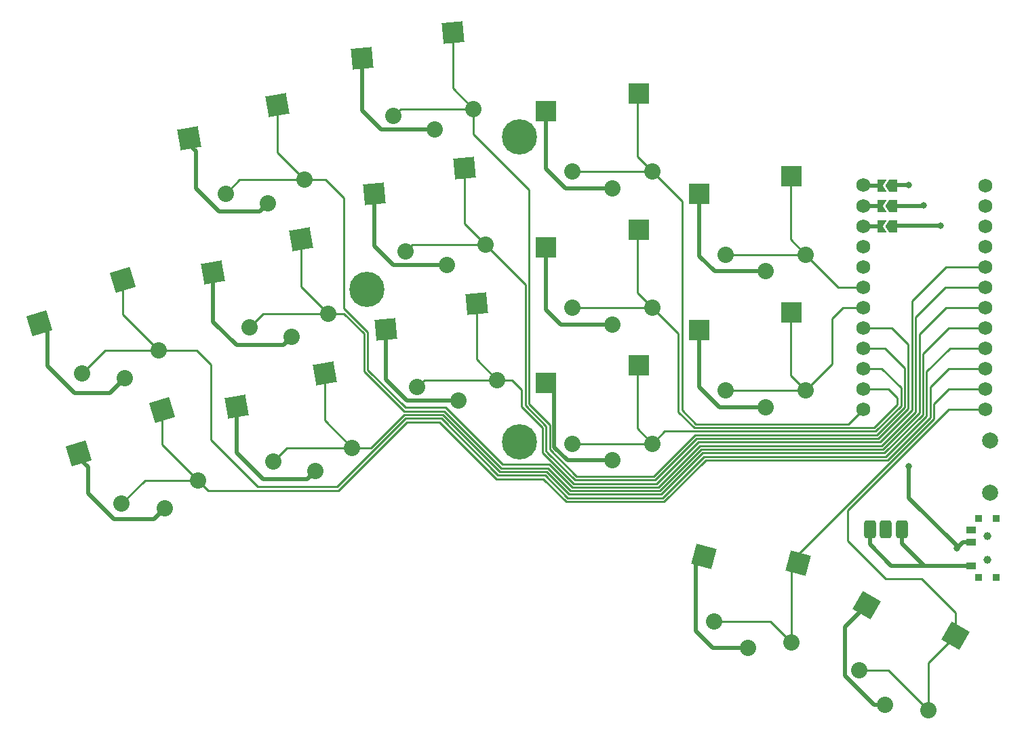
<source format=gtl>
%TF.GenerationSoftware,KiCad,Pcbnew,(6.0.4)*%
%TF.CreationDate,2022-05-01T21:27:57+02:00*%
%TF.ProjectId,battamini_reversable,62617474-616d-4696-9e69-5f7265766572,v1.0.0*%
%TF.SameCoordinates,Original*%
%TF.FileFunction,Copper,L1,Top*%
%TF.FilePolarity,Positive*%
%FSLAX46Y46*%
G04 Gerber Fmt 4.6, Leading zero omitted, Abs format (unit mm)*
G04 Created by KiCad (PCBNEW (6.0.4)) date 2022-05-01 21:27:57*
%MOMM*%
%LPD*%
G01*
G04 APERTURE LIST*
G04 Aperture macros list*
%AMRoundRect*
0 Rectangle with rounded corners*
0 $1 Rounding radius*
0 $2 $3 $4 $5 $6 $7 $8 $9 X,Y pos of 4 corners*
0 Add a 4 corners polygon primitive as box body*
4,1,4,$2,$3,$4,$5,$6,$7,$8,$9,$2,$3,0*
0 Add four circle primitives for the rounded corners*
1,1,$1+$1,$2,$3*
1,1,$1+$1,$4,$5*
1,1,$1+$1,$6,$7*
1,1,$1+$1,$8,$9*
0 Add four rect primitives between the rounded corners*
20,1,$1+$1,$2,$3,$4,$5,0*
20,1,$1+$1,$4,$5,$6,$7,0*
20,1,$1+$1,$6,$7,$8,$9,0*
20,1,$1+$1,$8,$9,$2,$3,0*%
%AMRotRect*
0 Rectangle, with rotation*
0 The origin of the aperture is its center*
0 $1 length*
0 $2 width*
0 $3 Rotation angle, in degrees counterclockwise*
0 Add horizontal line*
21,1,$1,$2,0,0,$3*%
%AMFreePoly0*
4,1,6,0.500000,-0.750000,-0.650000,-0.750000,-0.150000,0.000000,-0.650000,0.750000,0.500000,0.750000,0.500000,-0.750000,0.500000,-0.750000,$1*%
%AMFreePoly1*
4,1,6,1.000000,0.000000,0.500000,-0.750000,-0.500000,-0.750000,-0.500000,0.750000,0.500000,0.750000,1.000000,0.000000,1.000000,0.000000,$1*%
G04 Aperture macros list end*
%TA.AperFunction,SMDPad,CuDef*%
%ADD10R,0.900000X0.900000*%
%TD*%
%TA.AperFunction,SMDPad,CuDef*%
%ADD11R,1.250000X0.900000*%
%TD*%
%TA.AperFunction,ComponentPad*%
%ADD12RoundRect,0.375000X-0.375000X-0.750000X0.375000X-0.750000X0.375000X0.750000X-0.375000X0.750000X0*%
%TD*%
%TA.AperFunction,ComponentPad*%
%ADD13C,2.000000*%
%TD*%
%TA.AperFunction,SMDPad,CuDef*%
%ADD14RotRect,2.600000X2.600000X10.000000*%
%TD*%
%TA.AperFunction,ComponentPad*%
%ADD15C,2.032000*%
%TD*%
%TA.AperFunction,SMDPad,CuDef*%
%ADD16RotRect,2.600000X2.600000X5.000000*%
%TD*%
%TA.AperFunction,SMDPad,CuDef*%
%ADD17R,2.600000X2.600000*%
%TD*%
%TA.AperFunction,SMDPad,CuDef*%
%ADD18RotRect,2.600000X2.600000X330.000000*%
%TD*%
%TA.AperFunction,WasherPad*%
%ADD19C,1.000000*%
%TD*%
%TA.AperFunction,SMDPad,CuDef*%
%ADD20RotRect,2.600000X2.600000X17.000000*%
%TD*%
%TA.AperFunction,SMDPad,CuDef*%
%ADD21RotRect,2.600000X2.600000X345.000000*%
%TD*%
%TA.AperFunction,ComponentPad*%
%ADD22C,1.752600*%
%TD*%
%TA.AperFunction,SMDPad,CuDef*%
%ADD23FreePoly0,180.000000*%
%TD*%
%TA.AperFunction,SMDPad,CuDef*%
%ADD24R,1.524000X0.500000*%
%TD*%
%TA.AperFunction,SMDPad,CuDef*%
%ADD25FreePoly1,180.000000*%
%TD*%
%TA.AperFunction,ComponentPad*%
%ADD26C,4.400000*%
%TD*%
%TA.AperFunction,ViaPad*%
%ADD27C,0.800000*%
%TD*%
%TA.AperFunction,Conductor*%
%ADD28C,0.250000*%
%TD*%
%TA.AperFunction,Conductor*%
%ADD29C,0.500000*%
%TD*%
G04 APERTURE END LIST*
D10*
%TO.P,T1,*%
%TO.N,*%
X161142148Y52149495D03*
X163342148Y59549495D03*
X163342148Y52149495D03*
X161142148Y59549495D03*
D11*
%TO.P,T1,1*%
%TO.N,Braw*%
X160167148Y53599495D03*
%TO.P,T1,2*%
%TO.N,RAW*%
X160167148Y56599495D03*
%TO.P,T1,3*%
%TO.N,N/C*%
X160167148Y58099495D03*
%TD*%
D12*
%TO.P,PAD1,1*%
%TO.N,Braw*%
X151545396Y58163682D03*
%TO.P,PAD1,2*%
%TO.N,Bgnd*%
X149545396Y58163682D03*
%TO.P,PAD1,3*%
%TO.N,Braw*%
X147545396Y58163682D03*
%TD*%
D13*
%TO.P,B1,1*%
%TO.N,RST*%
X162560000Y69290000D03*
%TO.P,B1,2*%
%TO.N,GND*%
X162560000Y62790000D03*
%TD*%
D14*
%TO.P,S11,1*%
%TO.N,P3*%
X73579149Y111173371D03*
%TO.P,S11,2*%
%TO.N,GND*%
X62586645Y107001157D03*
%TD*%
D15*
%TO.P,S34,1*%
%TO.N,P9*%
X146198518Y40569316D03*
X154858772Y35569316D03*
%TO.P,S34,2*%
%TO.N,GND*%
X149478645Y36250663D03*
X149478645Y36250663D03*
%TD*%
D16*
%TO.P,S15,1*%
%TO.N,P18*%
X96965604Y103326961D03*
%TO.P,S15,2*%
%TO.N,GND*%
X85651298Y100128683D03*
%TD*%
D17*
%TO.P,S21,1*%
%TO.N,P16*%
X118686087Y95636017D03*
%TO.P,S21,2*%
%TO.N,GND*%
X107136087Y93436017D03*
%TD*%
D15*
%TO.P,S8,1*%
%TO.N,P5*%
X73026972Y66651093D03*
X82875050Y68387574D03*
%TO.P,S8,2*%
%TO.N,GND*%
X78315672Y65451237D03*
X78315672Y65451237D03*
%TD*%
%TO.P,S14,1*%
%TO.N,P2*%
X91053509Y75957538D03*
X101015456Y76829096D03*
%TO.P,S14,2*%
%TO.N,GND*%
X96217510Y74301308D03*
X96217510Y74301308D03*
%TD*%
%TO.P,S20,1*%
%TO.N,P14*%
X120411087Y68886017D03*
X110411087Y68886017D03*
%TO.P,S20,2*%
%TO.N,GND*%
X115411087Y66786017D03*
X115411087Y66786017D03*
%TD*%
%TO.P,S28,1*%
%TO.N,P19*%
X129517334Y75510985D03*
X139517334Y75510985D03*
%TO.P,S28,2*%
%TO.N,GND*%
X134517334Y73410985D03*
X134517334Y73410985D03*
%TD*%
D17*
%TO.P,S29,1*%
%TO.N,P20*%
X137792334Y102260985D03*
%TO.P,S29,2*%
%TO.N,GND*%
X126242334Y100060985D03*
%TD*%
D18*
%TO.P,S33,1*%
%TO.N,P9*%
X158239878Y44875564D03*
%TO.P,S33,2*%
%TO.N,GND*%
X147137285Y48745308D03*
%TD*%
D14*
%TO.P,S7,1*%
%TO.N,P5*%
X79483187Y77689907D03*
%TO.P,S7,2*%
%TO.N,GND*%
X68490683Y73517693D03*
%TD*%
D19*
%TO.P,T2,*%
%TO.N,*%
X162242148Y57349495D03*
X162242148Y54349495D03*
%TD*%
D20*
%TO.P,S5,1*%
%TO.N,P6*%
X54234545Y89377494D03*
%TO.P,S5,2*%
%TO.N,GND*%
X43832443Y83896730D03*
%TD*%
D17*
%TO.P,S27,1*%
%TO.N,P19*%
X137792334Y85260985D03*
%TO.P,S27,2*%
%TO.N,GND*%
X126242334Y83060985D03*
%TD*%
D14*
%TO.P,S9,1*%
%TO.N,P4*%
X76531168Y94431639D03*
%TO.P,S9,2*%
%TO.N,GND*%
X65538664Y90259425D03*
%TD*%
D15*
%TO.P,S16,1*%
%TO.N,P18*%
X99533808Y93764406D03*
X89571861Y92892848D03*
%TO.P,S16,2*%
%TO.N,GND*%
X94735862Y91236618D03*
X94735862Y91236618D03*
%TD*%
%TO.P,S30,1*%
%TO.N,P20*%
X139517334Y92510985D03*
X129517334Y92510985D03*
%TO.P,S30,2*%
%TO.N,GND*%
X134517334Y90410985D03*
X134517334Y90410985D03*
%TD*%
D16*
%TO.P,S13,1*%
%TO.N,P2*%
X98447252Y86391651D03*
%TO.P,S13,2*%
%TO.N,GND*%
X87132946Y83193373D03*
%TD*%
D15*
%TO.P,S24,1*%
%TO.N,P10*%
X110411087Y102886017D03*
X120411087Y102886017D03*
%TO.P,S24,2*%
%TO.N,GND*%
X115411087Y100786017D03*
X115411087Y100786017D03*
%TD*%
D16*
%TO.P,S17,1*%
%TO.N,P15*%
X95483957Y120262271D03*
%TO.P,S17,2*%
%TO.N,GND*%
X84169651Y117063993D03*
%TD*%
D15*
%TO.P,S4,1*%
%TO.N,P7*%
X54142067Y61376965D03*
X63705114Y64300682D03*
%TO.P,S4,2*%
%TO.N,GND*%
X59537571Y60830584D03*
X59537571Y60830584D03*
%TD*%
%TO.P,S10,1*%
%TO.N,P4*%
X70074953Y83392825D03*
X79923031Y85129306D03*
%TO.P,S10,2*%
%TO.N,GND*%
X75363653Y82192969D03*
X75363653Y82192969D03*
%TD*%
%TO.P,S22,1*%
%TO.N,P16*%
X110411087Y85886017D03*
X120411087Y85886017D03*
%TO.P,S22,2*%
%TO.N,GND*%
X115411087Y83786017D03*
X115411087Y83786017D03*
%TD*%
D21*
%TO.P,S31,1*%
%TO.N,P8*%
X138594426Y53938364D03*
%TO.P,S31,2*%
%TO.N,GND*%
X126868581Y54802687D03*
%TD*%
D22*
%TO.P,MCU1,*%
%TO.N,*%
X161977213Y98602542D03*
D23*
X148993690Y98602542D03*
X148993690Y101142542D03*
D24*
X148068690Y96062542D03*
D22*
X161977213Y96062542D03*
X146737213Y96062542D03*
D24*
X148068690Y101142542D03*
D23*
X148993690Y96062542D03*
D24*
X148068690Y98602542D03*
D22*
X146737213Y101226288D03*
X161977213Y101142542D03*
X146737213Y98602542D03*
D25*
%TO.P,MCU1,1*%
%TO.N,RAW*%
X150443690Y101142542D03*
%TO.P,MCU1,2*%
%TO.N,Bgnd*%
X150443690Y98602542D03*
%TO.P,MCU1,3*%
%TO.N,RST*%
X150443690Y96062542D03*
D22*
%TO.P,MCU1,4*%
%TO.N,VCC*%
X146737213Y93522542D03*
%TO.P,MCU1,5*%
%TO.N,P21*%
X146737213Y90982542D03*
%TO.P,MCU1,6*%
%TO.N,P20*%
X146737213Y88442542D03*
%TO.P,MCU1,7*%
%TO.N,P19*%
X146737213Y85902542D03*
%TO.P,MCU1,8*%
%TO.N,P18*%
X146737213Y83362542D03*
%TO.P,MCU1,9*%
%TO.N,P15*%
X146737213Y80822542D03*
%TO.P,MCU1,10*%
%TO.N,P14*%
X146737213Y78282542D03*
%TO.P,MCU1,11*%
%TO.N,P16*%
X146737213Y75742542D03*
%TO.P,MCU1,12*%
%TO.N,P10*%
X146737213Y73202542D03*
%TO.P,MCU1,16*%
%TO.N,GND*%
X161977213Y93522542D03*
%TO.P,MCU1,17*%
%TO.N,P2*%
X161977213Y90982542D03*
%TO.P,MCU1,18*%
%TO.N,P3*%
X161977213Y88442542D03*
%TO.P,MCU1,19*%
%TO.N,P4*%
X161977213Y85902542D03*
%TO.P,MCU1,20*%
%TO.N,P5*%
X161977213Y83362542D03*
%TO.P,MCU1,21*%
%TO.N,P6*%
X161977213Y80822542D03*
%TO.P,MCU1,22*%
%TO.N,P7*%
X161977213Y78282542D03*
%TO.P,MCU1,23*%
%TO.N,P8*%
X161977213Y75742542D03*
%TO.P,MCU1,24*%
%TO.N,P9*%
X161977213Y73202542D03*
%TD*%
D20*
%TO.P,S3,1*%
%TO.N,P7*%
X59204864Y73120313D03*
%TO.P,S3,2*%
%TO.N,GND*%
X48802762Y67639549D03*
%TD*%
D15*
%TO.P,S32,1*%
%TO.N,P8*%
X137737163Y44074125D03*
X128077904Y46662315D03*
%TO.P,S32,2*%
%TO.N,GND*%
X132364014Y43339776D03*
X132364014Y43339776D03*
%TD*%
D26*
%TO.P,REF\u002A\u002A,1*%
%TO.N,N/C*%
X84747220Y88141427D03*
X103797220Y69091427D03*
X103797220Y107191427D03*
%TD*%
D15*
%TO.P,S12,1*%
%TO.N,P3*%
X76971012Y101871038D03*
X67122934Y100134557D03*
%TO.P,S12,2*%
%TO.N,GND*%
X72411634Y98934701D03*
X72411634Y98934701D03*
%TD*%
D17*
%TO.P,S23,1*%
%TO.N,P10*%
X118686087Y112636017D03*
%TO.P,S23,2*%
%TO.N,GND*%
X107136087Y110436017D03*
%TD*%
D15*
%TO.P,S6,1*%
%TO.N,P6*%
X49171748Y77634146D03*
X58734795Y80557863D03*
%TO.P,S6,2*%
%TO.N,GND*%
X54567252Y77087765D03*
X54567252Y77087765D03*
%TD*%
D17*
%TO.P,S19,1*%
%TO.N,P14*%
X118686087Y78636017D03*
%TO.P,S19,2*%
%TO.N,GND*%
X107136087Y76436017D03*
%TD*%
D15*
%TO.P,S18,1*%
%TO.N,P15*%
X88090214Y109828158D03*
X98052161Y110699716D03*
%TO.P,S18,2*%
%TO.N,GND*%
X93254215Y108171928D03*
X93254215Y108171928D03*
%TD*%
D27*
%TO.N,GND*%
X154304587Y98650426D03*
%TO.N,RAW*%
X158403261Y55849495D03*
X152400000Y66040000D03*
X152400000Y101213143D03*
%TO.N,RST*%
X156389782Y96106346D03*
%TD*%
D28*
%TO.N,P6*%
X157527339Y80822542D02*
X154628374Y77923577D01*
X58734795Y80557863D02*
X52095465Y80557863D01*
X54234545Y89377494D02*
X54234545Y85058113D01*
X52095465Y80557863D02*
X49171748Y77634146D01*
X94028116Y72037521D02*
X89562066Y72037521D01*
X54234545Y85058113D02*
X58734795Y80557863D01*
X154628374Y72346106D02*
X149562665Y67280397D01*
X65297412Y69322588D02*
X65297412Y78740000D01*
X149562665Y67280397D02*
X126862431Y67280397D01*
X161977213Y80822542D02*
X157527339Y80822542D01*
X126862431Y67280397D02*
X126311018Y66728983D01*
X121686138Y62104105D02*
X109813673Y62104105D01*
X109813673Y62104105D02*
X106982862Y64934916D01*
X71120000Y63500000D02*
X65297412Y69322588D01*
X63479549Y80557863D02*
X58734795Y80557863D01*
X126311018Y66728983D02*
X121686138Y62104105D01*
X89562066Y72037521D02*
X81024544Y63500000D01*
X154628374Y77923577D02*
X154628374Y72346106D01*
X81024544Y63500000D02*
X71120000Y63500000D01*
X101130724Y64934916D02*
X94028116Y72037521D01*
X65297412Y78740000D02*
X63479549Y80557863D01*
X106982862Y64934916D02*
X101130724Y64934916D01*
D29*
%TO.N,GND*%
X108153560Y75418544D02*
X107136087Y76436017D01*
X63384822Y105421809D02*
X62586645Y106219986D01*
X96217510Y74301308D02*
X89760656Y74301308D01*
X134517334Y90410985D02*
X128150955Y90410985D01*
X63384822Y100802250D02*
X63384822Y105421809D01*
X128789852Y73410985D02*
X126242334Y75958503D01*
X75363653Y82192969D02*
X74347654Y81176970D01*
X115411087Y66786017D02*
X109815760Y66786017D01*
X126242334Y92319606D02*
X126242334Y100060985D01*
X108153560Y68448217D02*
X108153560Y75418544D01*
X62586645Y106219986D02*
X62586645Y107001157D01*
X66268370Y97918702D02*
X63384822Y100802250D01*
X74347654Y81176970D02*
X68485407Y81176970D01*
X71813295Y64435238D02*
X68490683Y67757850D01*
X89760656Y74301308D02*
X87132946Y76929018D01*
X125807135Y53741241D02*
X126868581Y54802687D01*
X109815760Y66786017D02*
X108153560Y68448217D01*
X49917361Y65987885D02*
X48802762Y67102484D01*
X144424400Y39868068D02*
X144424400Y46032423D01*
X125807135Y45471746D02*
X125807135Y53741241D01*
X59537571Y60830584D02*
X58196209Y59489222D01*
X77299673Y64435238D02*
X71813295Y64435238D01*
X115411087Y83786017D02*
X108973745Y83786017D01*
X78315672Y65451237D02*
X77299673Y64435238D01*
X58196209Y59489222D02*
X53137791Y59489222D01*
X71395635Y97918702D02*
X66268370Y97918702D01*
X132364014Y43339776D02*
X127939105Y43339776D01*
X53137791Y59489222D02*
X49917361Y62709652D01*
X134517334Y73410985D02*
X128789852Y73410985D01*
X107136087Y103216201D02*
X107136087Y110436017D01*
X86601289Y108171928D02*
X86570217Y108140856D01*
X93254215Y108171928D02*
X86601289Y108171928D01*
X115411087Y100786017D02*
X109566271Y100786017D01*
X68485407Y81176970D02*
X65538664Y84123713D01*
X85651298Y93599163D02*
X85651298Y100128683D01*
X65538664Y84123713D02*
X65538664Y90259425D01*
X48802762Y67102484D02*
X48802762Y67639549D01*
X144424400Y46032423D02*
X147137285Y48745308D01*
X127939105Y43339776D02*
X125807135Y45471746D01*
X148041805Y36250663D02*
X144424400Y39868068D01*
%TO.N,Bgnd*%
X154256703Y98602542D02*
X150443690Y98602542D01*
%TO.N,GND*%
X108153560Y76015027D02*
X107136087Y77032500D01*
X109566271Y100786017D02*
X107136087Y103216201D01*
X94735862Y91236618D02*
X88013843Y91236618D01*
X48232895Y75218284D02*
X44864298Y78586881D01*
X87132946Y76929018D02*
X87132946Y83193373D01*
X88013843Y91236618D02*
X85651298Y93599163D01*
X108973745Y83786017D02*
X107136087Y85623675D01*
%TO.N,Bgnd*%
X154304587Y98650426D02*
X154256703Y98602542D01*
%TO.N,GND*%
X128150955Y90410985D02*
X126242334Y92319606D01*
X44864298Y78586881D02*
X44864298Y82864875D01*
X86570217Y108140856D02*
X84169651Y110541422D01*
X54567252Y77087765D02*
X52697771Y75218284D01*
X72411634Y98934701D02*
X71395635Y97918702D01*
X149478645Y36250663D02*
X148041805Y36250663D01*
X68490683Y67757850D02*
X68490683Y73517693D01*
X52697771Y75218284D02*
X48232895Y75218284D01*
X107136087Y85623675D02*
X107136087Y93436017D01*
X44864298Y82864875D02*
X43832443Y83896730D01*
X49917361Y62709652D02*
X49917361Y65987885D01*
X126242334Y75958503D02*
X126242334Y83060985D01*
X84169651Y110541422D02*
X84169651Y117063993D01*
D28*
%TO.N,P5*%
X154178854Y72532303D02*
X154178854Y80140845D01*
X157383378Y83345369D02*
X161960040Y83345369D01*
X121499941Y62553625D02*
X126676233Y67729917D01*
X79483187Y71779437D02*
X82875050Y68387574D01*
X94214315Y72487041D02*
X101316920Y65384436D01*
X154178854Y80140845D02*
X157383378Y83345369D01*
X149376468Y67729917D02*
X154178854Y72532303D01*
X101316920Y65384436D02*
X107169060Y65384436D01*
X82875050Y68387574D02*
X74763453Y68387574D01*
X79483187Y77689907D02*
X79483187Y71779437D01*
X74763453Y68387574D02*
X73026972Y66651093D01*
X85276400Y68387574D02*
X89375867Y72487041D01*
X109999871Y62553625D02*
X121499941Y62553625D01*
X107169060Y65384436D02*
X109999871Y62553625D01*
X82875050Y68387574D02*
X85276400Y68387574D01*
X89375867Y72487041D02*
X94214315Y72487041D01*
X126676233Y67729917D02*
X149376468Y67729917D01*
%TO.N,P4*%
X126490035Y68179437D02*
X149190270Y68179437D01*
X76531168Y88521169D02*
X79923031Y85129306D01*
X94400512Y72936561D02*
X101503117Y65833956D01*
X110186071Y63003145D02*
X121313741Y63003145D01*
X76531168Y94431639D02*
X76531168Y88521169D01*
X149190270Y68179437D02*
X153729334Y72718501D01*
X153729334Y82609334D02*
X157024799Y85904799D01*
X84386480Y77933067D02*
X89382986Y72936561D01*
X84386480Y82617802D02*
X84386480Y77933067D01*
X157024799Y85904799D02*
X161974956Y85904799D01*
X79923031Y85129306D02*
X71811434Y85129306D01*
X89382986Y72936561D02*
X94400512Y72936561D01*
X81874976Y85129306D02*
X84386480Y82617802D01*
X107355257Y65833956D02*
X110186071Y63003145D01*
X79923031Y85129306D02*
X81874976Y85129306D01*
X161974956Y85904799D02*
X161977213Y85902542D01*
X153729334Y72718501D02*
X153729334Y82609334D01*
X71811434Y85129306D02*
X70074953Y83392825D01*
X101503117Y65833956D02*
X107355257Y65833956D01*
X121313741Y63003145D02*
X126490035Y68179437D01*
%TO.N,P3*%
X68859415Y101871038D02*
X67122934Y100134557D01*
X107541455Y66283476D02*
X110372268Y63452665D01*
X73579149Y111173371D02*
X73579149Y105262901D01*
X149004072Y68628957D02*
X153249052Y72873937D01*
X81858703Y85781297D02*
X84836000Y82804000D01*
X110372268Y63452665D02*
X121127544Y63452665D01*
X81858703Y99573497D02*
X81858703Y85781297D01*
X153249052Y84703008D02*
X156988586Y88442542D01*
X76971012Y101871038D02*
X68859415Y101871038D01*
X79561162Y101871038D02*
X81858703Y99573497D01*
X101689314Y66283476D02*
X107541455Y66283476D01*
X153249052Y72873937D02*
X153249052Y84703008D01*
X76971012Y101871038D02*
X79561162Y101871038D01*
X89569184Y73386081D02*
X94586709Y73386081D01*
X84836000Y82804000D02*
X84836000Y78119265D01*
X126303837Y68628957D02*
X149004072Y68628957D01*
X73579149Y105262901D02*
X76971012Y101871038D01*
X94586709Y73386081D02*
X101689314Y66283476D01*
X156988586Y88442542D02*
X161977213Y88442542D01*
X121127544Y63452665D02*
X126303837Y68628957D01*
X84836000Y78119265D02*
X89569184Y73386081D01*
%TO.N,P2*%
X104079160Y75594064D02*
X104079160Y73484347D01*
X106680001Y67780648D02*
X110558465Y63902185D01*
X110558465Y63902185D02*
X120941347Y63902185D01*
X91925067Y76829096D02*
X91053509Y75957538D01*
X106680000Y70883507D02*
X106680001Y67780648D01*
X101015456Y76829096D02*
X98447252Y79397300D01*
X152799532Y73060135D02*
X152799532Y86738477D01*
X98447252Y79397300D02*
X98447252Y86391651D01*
X104079160Y73484347D02*
X106680000Y70883507D01*
X120941347Y63902185D02*
X126117639Y69078477D01*
X126117639Y69078477D02*
X148817874Y69078477D01*
X101015456Y76829096D02*
X102844128Y76829096D01*
X102844128Y76829096D02*
X104079160Y75594064D01*
X152799532Y86738477D02*
X157043597Y90982542D01*
X157043597Y90982542D02*
X161977213Y90982542D01*
X101015456Y76829096D02*
X91925067Y76829096D01*
X148817874Y69078477D02*
X152799532Y73060135D01*
%TO.N,P18*%
X110744662Y64351705D02*
X120755149Y64351705D01*
X104528680Y88769534D02*
X104528680Y73670546D01*
X152350012Y73246333D02*
X152350012Y81329988D01*
X99533808Y93764406D02*
X90443419Y93764406D01*
X96965604Y96332610D02*
X99533808Y93764406D01*
X107129520Y67966846D02*
X107392843Y67703524D01*
X150317458Y83362542D02*
X146737213Y83362542D01*
X107392843Y67703524D02*
X110744662Y64351705D01*
X99533808Y93764406D02*
X104528680Y88769534D01*
X148631676Y69527997D02*
X152350012Y73246333D01*
X125931441Y69527997D02*
X148631676Y69527997D01*
X96965604Y103326961D02*
X96965604Y96332610D01*
X90443419Y93764406D02*
X89571861Y92892848D01*
X107129520Y71069705D02*
X107129520Y67966846D01*
X152350012Y81329988D02*
X150317458Y83362542D01*
X104528680Y73670546D02*
X107129520Y71069705D01*
X120755149Y64351705D02*
X125931441Y69527997D01*
%TO.N,P15*%
X148445478Y69977517D02*
X151900492Y73432531D01*
X120568951Y64801225D02*
X125745243Y69977517D01*
X98052161Y107541789D02*
X104978200Y100615750D01*
X151900492Y78376564D02*
X149454514Y80822542D01*
X98052161Y110699716D02*
X98052161Y107541789D01*
X95483957Y120262271D02*
X95483957Y113267920D01*
X125745243Y69977517D02*
X148445478Y69977517D01*
X110930859Y64801225D02*
X120568951Y64801225D01*
X107579040Y71255902D02*
X107579040Y68153044D01*
X88961772Y110699716D02*
X88090214Y109828158D01*
X149454514Y80822542D02*
X146737213Y80822542D01*
X98052161Y110699716D02*
X88961772Y110699716D01*
X151900492Y73432531D02*
X151900492Y78376564D01*
X104978200Y100615750D02*
X104978200Y73856744D01*
X95483957Y113267920D02*
X98052161Y110699716D01*
X104978200Y73856744D02*
X107579040Y71255902D01*
X107579040Y68153044D02*
X110930859Y64801225D01*
%TO.N,P14*%
X148259280Y70427037D02*
X121952107Y70427037D01*
X146737213Y78282542D02*
X149026535Y78282542D01*
X120411087Y68886017D02*
X110411087Y68886017D01*
X118536566Y78486496D02*
X118536566Y70760538D01*
X151450972Y75858105D02*
X151450972Y73618729D01*
X151450972Y73618729D02*
X148259280Y70427037D01*
X118536566Y70760538D02*
X120411087Y68886017D01*
X118686087Y78636017D02*
X118536566Y78486496D01*
X149026535Y78282542D02*
X151450972Y75858105D01*
X121952107Y70427037D02*
X120411087Y68886017D01*
%TO.N,P16*%
X118536566Y87760538D02*
X120411087Y85886017D01*
X123654880Y82642224D02*
X123654880Y72872083D01*
X110411087Y85886017D02*
X120411087Y85886017D01*
X148073083Y70876557D02*
X151001452Y73804926D01*
X118536566Y95486496D02*
X118536566Y87760538D01*
X149860000Y75742542D02*
X146737213Y75742542D01*
X120411087Y85886017D02*
X123654880Y82642224D01*
X123654880Y72872083D02*
X125650407Y70876557D01*
X151001452Y74601090D02*
X149860000Y75742542D01*
X151001452Y73804926D02*
X151001452Y74601090D01*
X118686087Y95636017D02*
X118536566Y95486496D01*
X125650407Y70876557D02*
X148073083Y70876557D01*
%TO.N,P10*%
X118536566Y112486496D02*
X118536566Y104760538D01*
X124104400Y99192704D02*
X124104400Y73058281D01*
X125836604Y71326077D02*
X144860748Y71326077D01*
X120411087Y102886017D02*
X110411087Y102886017D01*
X118686087Y112636017D02*
X118536566Y112486496D01*
X124104400Y73058281D02*
X125836604Y71326077D01*
X144860748Y71326077D02*
X146737213Y73202542D01*
X120411087Y102886017D02*
X124104400Y99192704D01*
X118536566Y104760538D02*
X120411087Y102886017D01*
%TO.N,P19*%
X142839945Y78833596D02*
X142839945Y84533962D01*
X142839945Y84533962D02*
X144208525Y85902542D01*
X139517334Y75510985D02*
X142839945Y78833596D01*
X137642813Y77385506D02*
X137642813Y85111464D01*
X139517334Y75510985D02*
X137642813Y77385506D01*
X137642813Y85111464D02*
X137792334Y85260985D01*
X144208525Y85902542D02*
X146737213Y85902542D01*
X129517334Y75510985D02*
X139517334Y75510985D01*
%TO.N,P20*%
X137642813Y94385506D02*
X137642813Y102111464D01*
X137642813Y102111464D02*
X137792334Y102260985D01*
X139517334Y92510985D02*
X137642813Y94385506D01*
X143585777Y88442542D02*
X146737213Y88442542D01*
X129517334Y92510985D02*
X139517334Y92510985D01*
X139517334Y92510985D02*
X143585777Y88442542D01*
%TO.N,P7*%
X157360570Y78282542D02*
X155077894Y75999866D01*
X81210741Y63050480D02*
X64955316Y63050480D01*
X155077894Y75999866D02*
X155077894Y72159908D01*
X59204864Y68800932D02*
X63705114Y64300682D01*
X64955316Y63050480D02*
X63705114Y64300682D01*
X149748863Y66830877D02*
X127048629Y66830877D01*
X106796665Y64485396D02*
X100944526Y64485396D01*
X155077894Y72159908D02*
X149748863Y66830877D01*
X121872336Y61654585D02*
X109627476Y61654585D01*
X127048629Y66830877D02*
X121872336Y61654585D01*
X63705114Y64300682D02*
X57065784Y64300682D01*
X93841919Y71588001D02*
X89748263Y71588001D01*
X57065784Y64300682D02*
X54142067Y61376965D01*
X100944526Y64485396D02*
X93841919Y71588001D01*
X161977213Y78282542D02*
X157360570Y78282542D01*
X109627476Y61654585D02*
X106796665Y64485396D01*
X59204864Y73120313D02*
X59204864Y68800932D01*
X89748263Y71588001D02*
X81210741Y63050480D01*
%TO.N,P8*%
X135148973Y46662315D02*
X128077904Y46662315D01*
X137737163Y44074125D02*
X135148973Y46662315D01*
X155527414Y73853023D02*
X155527414Y71973711D01*
X138594426Y53938364D02*
X137737163Y53081101D01*
X157416933Y75742542D02*
X155527414Y73853023D01*
X138594426Y55040723D02*
X138594426Y54387884D01*
X155527414Y71973711D02*
X138594426Y55040723D01*
X137737163Y53081101D02*
X137737163Y44074125D01*
X161977213Y75742542D02*
X157416933Y75742542D01*
%TO.N,P9*%
X144780000Y56738381D02*
X149508278Y52010103D01*
X153982011Y52010103D02*
X158239878Y47752236D01*
X158239878Y47752236D02*
X158239878Y44875564D01*
X149858772Y40569316D02*
X146198518Y40569316D01*
X157391963Y73202542D02*
X144780000Y60590579D01*
X158239878Y44875564D02*
X154858772Y41494458D01*
X144780000Y60590579D02*
X144780000Y56738381D01*
X154858772Y35569316D02*
X149858772Y40569316D01*
X149508278Y52010103D02*
X153982011Y52010103D01*
X154858772Y41494458D02*
X154858772Y35569316D01*
X161977213Y73202542D02*
X157391963Y73202542D01*
D29*
%TO.N,RAW*%
X152400000Y62118371D02*
X158403261Y56115110D01*
X152372041Y101185184D02*
X150419502Y101185184D01*
X152400000Y101213143D02*
X152372041Y101185184D01*
X152400000Y66040000D02*
X152400000Y62118371D01*
X159153261Y56599495D02*
X160167148Y56599495D01*
X158403261Y55849495D02*
X159153261Y56599495D01*
X158403261Y56115110D02*
X158403261Y55849495D01*
%TO.N,RST*%
X150466332Y96085184D02*
X150443690Y96062542D01*
X156389782Y96106346D02*
X156368620Y96085184D01*
X156368620Y96085184D02*
X150466332Y96085184D01*
%TO.N,Braw*%
X147545396Y56290799D02*
X147545396Y58163682D01*
X154369670Y53599495D02*
X160167148Y53599495D01*
X160164153Y53596500D02*
X150239695Y53596500D01*
X151545396Y56423769D02*
X154369670Y53599495D01*
X160167148Y53599495D02*
X160164153Y53596500D01*
X151545396Y58163682D02*
X151545396Y56423769D01*
X150239695Y53596500D02*
X147545396Y56290799D01*
%TD*%
M02*

</source>
